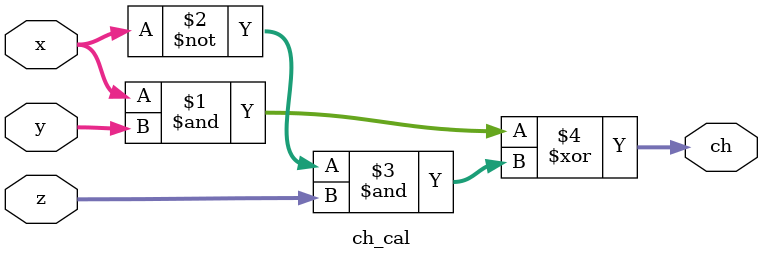
<source format=v>

`define Ch(x, y, z) ((x & y) ^ (~x & z))

module ch_cal(
        input [63:0] x,
        input [63:0] y,
        input [63:0] z,
        output wire [63:0] ch);

        assign ch =`Ch(x,y,z);

   
endmodule

</source>
